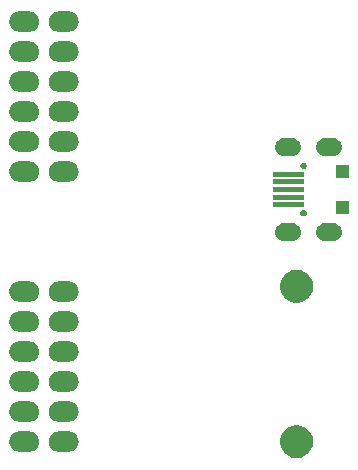
<source format=gbs>
G04 #@! TF.GenerationSoftware,KiCad,Pcbnew,5.1.4-e60b266~84~ubuntu19.04.1*
G04 #@! TF.CreationDate,2019-10-16T10:38:50-07:00*
G04 #@! TF.ProjectId,pmod-usb-analyser-openvizla,706d6f64-2d75-4736-922d-616e616c7973,rev?*
G04 #@! TF.SameCoordinates,PX26449c8PY4c8cf18*
G04 #@! TF.FileFunction,Soldermask,Bot*
G04 #@! TF.FilePolarity,Negative*
%FSLAX46Y46*%
G04 Gerber Fmt 4.6, Leading zero omitted, Abs format (unit mm)*
G04 Created by KiCad (PCBNEW 5.1.4-e60b266~84~ubuntu19.04.1) date 2019-10-16 10:38:50*
%MOMM*%
%LPD*%
G04 APERTURE LIST*
%ADD10C,0.100000*%
G04 APERTURE END LIST*
D10*
G36*
X26126474Y4150506D02*
G01*
X26383023Y4044241D01*
X26613912Y3889965D01*
X26810264Y3693613D01*
X26964540Y3462724D01*
X27070805Y3206175D01*
X27124979Y2933824D01*
X27124979Y2656136D01*
X27070805Y2383785D01*
X26964540Y2127236D01*
X26810264Y1896347D01*
X26613912Y1699995D01*
X26383023Y1545719D01*
X26126474Y1439454D01*
X25854123Y1385280D01*
X25576435Y1385280D01*
X25304084Y1439454D01*
X25047535Y1545719D01*
X24816646Y1699995D01*
X24620294Y1896347D01*
X24466018Y2127236D01*
X24359753Y2383785D01*
X24305579Y2656136D01*
X24305579Y2933824D01*
X24359753Y3206175D01*
X24466018Y3462724D01*
X24620294Y3693613D01*
X24816646Y3889965D01*
X25047535Y4044241D01*
X25304084Y4150506D01*
X25576435Y4204680D01*
X25854123Y4204680D01*
X26126474Y4150506D01*
X26126474Y4150506D01*
G37*
G36*
X6579705Y3636782D02*
G01*
X6664680Y3611005D01*
X6739935Y3588177D01*
X6784729Y3564234D01*
X6887601Y3509248D01*
X7017029Y3403029D01*
X7123248Y3273601D01*
X7159288Y3206174D01*
X7202177Y3125935D01*
X7225005Y3050680D01*
X7250782Y2965705D01*
X7267193Y2799080D01*
X7250782Y2632455D01*
X7225005Y2547480D01*
X7202177Y2472225D01*
X7202176Y2472224D01*
X7123248Y2324559D01*
X7017029Y2195131D01*
X6887601Y2088912D01*
X6784729Y2033926D01*
X6739935Y2009983D01*
X6664680Y1987155D01*
X6579705Y1961378D01*
X6454837Y1949080D01*
X5531323Y1949080D01*
X5406455Y1961378D01*
X5321480Y1987155D01*
X5246225Y2009983D01*
X5201431Y2033926D01*
X5098559Y2088912D01*
X4969131Y2195131D01*
X4862912Y2324559D01*
X4783984Y2472224D01*
X4783983Y2472225D01*
X4761155Y2547480D01*
X4735378Y2632455D01*
X4718967Y2799080D01*
X4735378Y2965705D01*
X4761155Y3050680D01*
X4783983Y3125935D01*
X4826872Y3206174D01*
X4862912Y3273601D01*
X4969131Y3403029D01*
X5098559Y3509248D01*
X5201431Y3564234D01*
X5246225Y3588177D01*
X5321480Y3611005D01*
X5406455Y3636782D01*
X5531323Y3649080D01*
X6454837Y3649080D01*
X6579705Y3636782D01*
X6579705Y3636782D01*
G37*
G36*
X3239705Y3636782D02*
G01*
X3324680Y3611005D01*
X3399935Y3588177D01*
X3444729Y3564234D01*
X3547601Y3509248D01*
X3677029Y3403029D01*
X3783248Y3273601D01*
X3819288Y3206174D01*
X3862177Y3125935D01*
X3885005Y3050680D01*
X3910782Y2965705D01*
X3927193Y2799080D01*
X3910782Y2632455D01*
X3885005Y2547480D01*
X3862177Y2472225D01*
X3862176Y2472224D01*
X3783248Y2324559D01*
X3677029Y2195131D01*
X3547601Y2088912D01*
X3444729Y2033926D01*
X3399935Y2009983D01*
X3324680Y1987155D01*
X3239705Y1961378D01*
X3114837Y1949080D01*
X2191323Y1949080D01*
X2066455Y1961378D01*
X1981480Y1987155D01*
X1906225Y2009983D01*
X1861431Y2033926D01*
X1758559Y2088912D01*
X1629131Y2195131D01*
X1522912Y2324559D01*
X1443984Y2472224D01*
X1443983Y2472225D01*
X1421155Y2547480D01*
X1395378Y2632455D01*
X1378967Y2799080D01*
X1395378Y2965705D01*
X1421155Y3050680D01*
X1443983Y3125935D01*
X1486872Y3206174D01*
X1522912Y3273601D01*
X1629131Y3403029D01*
X1758559Y3509248D01*
X1861431Y3564234D01*
X1906225Y3588177D01*
X1981480Y3611005D01*
X2066455Y3636782D01*
X2191323Y3649080D01*
X3114837Y3649080D01*
X3239705Y3636782D01*
X3239705Y3636782D01*
G37*
G36*
X6579705Y6176782D02*
G01*
X6664680Y6151005D01*
X6739935Y6128177D01*
X6784729Y6104234D01*
X6887601Y6049248D01*
X7017029Y5943029D01*
X7123248Y5813601D01*
X7178234Y5710729D01*
X7202177Y5665935D01*
X7225005Y5590680D01*
X7250782Y5505705D01*
X7267193Y5339080D01*
X7250782Y5172455D01*
X7225005Y5087480D01*
X7202177Y5012225D01*
X7202176Y5012224D01*
X7123248Y4864559D01*
X7017029Y4735131D01*
X6887601Y4628912D01*
X6784729Y4573926D01*
X6739935Y4549983D01*
X6664680Y4527155D01*
X6579705Y4501378D01*
X6454837Y4489080D01*
X5531323Y4489080D01*
X5406455Y4501378D01*
X5321480Y4527155D01*
X5246225Y4549983D01*
X5201431Y4573926D01*
X5098559Y4628912D01*
X4969131Y4735131D01*
X4862912Y4864559D01*
X4783984Y5012224D01*
X4783983Y5012225D01*
X4761155Y5087480D01*
X4735378Y5172455D01*
X4718967Y5339080D01*
X4735378Y5505705D01*
X4761155Y5590680D01*
X4783983Y5665935D01*
X4807926Y5710729D01*
X4862912Y5813601D01*
X4969131Y5943029D01*
X5098559Y6049248D01*
X5201431Y6104234D01*
X5246225Y6128177D01*
X5321480Y6151005D01*
X5406455Y6176782D01*
X5531323Y6189080D01*
X6454837Y6189080D01*
X6579705Y6176782D01*
X6579705Y6176782D01*
G37*
G36*
X3239705Y6176782D02*
G01*
X3324680Y6151005D01*
X3399935Y6128177D01*
X3444729Y6104234D01*
X3547601Y6049248D01*
X3677029Y5943029D01*
X3783248Y5813601D01*
X3838234Y5710729D01*
X3862177Y5665935D01*
X3885005Y5590680D01*
X3910782Y5505705D01*
X3927193Y5339080D01*
X3910782Y5172455D01*
X3885005Y5087480D01*
X3862177Y5012225D01*
X3862176Y5012224D01*
X3783248Y4864559D01*
X3677029Y4735131D01*
X3547601Y4628912D01*
X3444729Y4573926D01*
X3399935Y4549983D01*
X3324680Y4527155D01*
X3239705Y4501378D01*
X3114837Y4489080D01*
X2191323Y4489080D01*
X2066455Y4501378D01*
X1981480Y4527155D01*
X1906225Y4549983D01*
X1861431Y4573926D01*
X1758559Y4628912D01*
X1629131Y4735131D01*
X1522912Y4864559D01*
X1443984Y5012224D01*
X1443983Y5012225D01*
X1421155Y5087480D01*
X1395378Y5172455D01*
X1378967Y5339080D01*
X1395378Y5505705D01*
X1421155Y5590680D01*
X1443983Y5665935D01*
X1467926Y5710729D01*
X1522912Y5813601D01*
X1629131Y5943029D01*
X1758559Y6049248D01*
X1861431Y6104234D01*
X1906225Y6128177D01*
X1981480Y6151005D01*
X2066455Y6176782D01*
X2191323Y6189080D01*
X3114837Y6189080D01*
X3239705Y6176782D01*
X3239705Y6176782D01*
G37*
G36*
X3239705Y8716782D02*
G01*
X3324680Y8691005D01*
X3399935Y8668177D01*
X3444729Y8644234D01*
X3547601Y8589248D01*
X3677029Y8483029D01*
X3783248Y8353601D01*
X3838234Y8250729D01*
X3862177Y8205935D01*
X3885005Y8130680D01*
X3910782Y8045705D01*
X3927193Y7879080D01*
X3910782Y7712455D01*
X3885005Y7627480D01*
X3862177Y7552225D01*
X3862176Y7552224D01*
X3783248Y7404559D01*
X3677029Y7275131D01*
X3547601Y7168912D01*
X3444729Y7113926D01*
X3399935Y7089983D01*
X3324680Y7067155D01*
X3239705Y7041378D01*
X3114837Y7029080D01*
X2191323Y7029080D01*
X2066455Y7041378D01*
X1981480Y7067155D01*
X1906225Y7089983D01*
X1861431Y7113926D01*
X1758559Y7168912D01*
X1629131Y7275131D01*
X1522912Y7404559D01*
X1443984Y7552224D01*
X1443983Y7552225D01*
X1421155Y7627480D01*
X1395378Y7712455D01*
X1378967Y7879080D01*
X1395378Y8045705D01*
X1421155Y8130680D01*
X1443983Y8205935D01*
X1467926Y8250729D01*
X1522912Y8353601D01*
X1629131Y8483029D01*
X1758559Y8589248D01*
X1861431Y8644234D01*
X1906225Y8668177D01*
X1981480Y8691005D01*
X2066455Y8716782D01*
X2191323Y8729080D01*
X3114837Y8729080D01*
X3239705Y8716782D01*
X3239705Y8716782D01*
G37*
G36*
X6579705Y8716782D02*
G01*
X6664680Y8691005D01*
X6739935Y8668177D01*
X6784729Y8644234D01*
X6887601Y8589248D01*
X7017029Y8483029D01*
X7123248Y8353601D01*
X7178234Y8250729D01*
X7202177Y8205935D01*
X7225005Y8130680D01*
X7250782Y8045705D01*
X7267193Y7879080D01*
X7250782Y7712455D01*
X7225005Y7627480D01*
X7202177Y7552225D01*
X7202176Y7552224D01*
X7123248Y7404559D01*
X7017029Y7275131D01*
X6887601Y7168912D01*
X6784729Y7113926D01*
X6739935Y7089983D01*
X6664680Y7067155D01*
X6579705Y7041378D01*
X6454837Y7029080D01*
X5531323Y7029080D01*
X5406455Y7041378D01*
X5321480Y7067155D01*
X5246225Y7089983D01*
X5201431Y7113926D01*
X5098559Y7168912D01*
X4969131Y7275131D01*
X4862912Y7404559D01*
X4783984Y7552224D01*
X4783983Y7552225D01*
X4761155Y7627480D01*
X4735378Y7712455D01*
X4718967Y7879080D01*
X4735378Y8045705D01*
X4761155Y8130680D01*
X4783983Y8205935D01*
X4807926Y8250729D01*
X4862912Y8353601D01*
X4969131Y8483029D01*
X5098559Y8589248D01*
X5201431Y8644234D01*
X5246225Y8668177D01*
X5321480Y8691005D01*
X5406455Y8716782D01*
X5531323Y8729080D01*
X6454837Y8729080D01*
X6579705Y8716782D01*
X6579705Y8716782D01*
G37*
G36*
X6579705Y11256782D02*
G01*
X6664680Y11231005D01*
X6739935Y11208177D01*
X6784729Y11184234D01*
X6887601Y11129248D01*
X7017029Y11023029D01*
X7123248Y10893601D01*
X7178234Y10790729D01*
X7202177Y10745935D01*
X7225005Y10670680D01*
X7250782Y10585705D01*
X7267193Y10419080D01*
X7250782Y10252455D01*
X7225005Y10167480D01*
X7202177Y10092225D01*
X7202176Y10092224D01*
X7123248Y9944559D01*
X7017029Y9815131D01*
X6887601Y9708912D01*
X6784729Y9653926D01*
X6739935Y9629983D01*
X6664680Y9607155D01*
X6579705Y9581378D01*
X6454837Y9569080D01*
X5531323Y9569080D01*
X5406455Y9581378D01*
X5321480Y9607155D01*
X5246225Y9629983D01*
X5201431Y9653926D01*
X5098559Y9708912D01*
X4969131Y9815131D01*
X4862912Y9944559D01*
X4783984Y10092224D01*
X4783983Y10092225D01*
X4761155Y10167480D01*
X4735378Y10252455D01*
X4718967Y10419080D01*
X4735378Y10585705D01*
X4761155Y10670680D01*
X4783983Y10745935D01*
X4807926Y10790729D01*
X4862912Y10893601D01*
X4969131Y11023029D01*
X5098559Y11129248D01*
X5201431Y11184234D01*
X5246225Y11208177D01*
X5321480Y11231005D01*
X5406455Y11256782D01*
X5531323Y11269080D01*
X6454837Y11269080D01*
X6579705Y11256782D01*
X6579705Y11256782D01*
G37*
G36*
X3239705Y11256782D02*
G01*
X3324680Y11231005D01*
X3399935Y11208177D01*
X3444729Y11184234D01*
X3547601Y11129248D01*
X3677029Y11023029D01*
X3783248Y10893601D01*
X3838234Y10790729D01*
X3862177Y10745935D01*
X3885005Y10670680D01*
X3910782Y10585705D01*
X3927193Y10419080D01*
X3910782Y10252455D01*
X3885005Y10167480D01*
X3862177Y10092225D01*
X3862176Y10092224D01*
X3783248Y9944559D01*
X3677029Y9815131D01*
X3547601Y9708912D01*
X3444729Y9653926D01*
X3399935Y9629983D01*
X3324680Y9607155D01*
X3239705Y9581378D01*
X3114837Y9569080D01*
X2191323Y9569080D01*
X2066455Y9581378D01*
X1981480Y9607155D01*
X1906225Y9629983D01*
X1861431Y9653926D01*
X1758559Y9708912D01*
X1629131Y9815131D01*
X1522912Y9944559D01*
X1443984Y10092224D01*
X1443983Y10092225D01*
X1421155Y10167480D01*
X1395378Y10252455D01*
X1378967Y10419080D01*
X1395378Y10585705D01*
X1421155Y10670680D01*
X1443983Y10745935D01*
X1467926Y10790729D01*
X1522912Y10893601D01*
X1629131Y11023029D01*
X1758559Y11129248D01*
X1861431Y11184234D01*
X1906225Y11208177D01*
X1981480Y11231005D01*
X2066455Y11256782D01*
X2191323Y11269080D01*
X3114837Y11269080D01*
X3239705Y11256782D01*
X3239705Y11256782D01*
G37*
G36*
X6579705Y13796782D02*
G01*
X6664680Y13771005D01*
X6739935Y13748177D01*
X6784729Y13724234D01*
X6887601Y13669248D01*
X7017029Y13563029D01*
X7123248Y13433601D01*
X7178234Y13330729D01*
X7202177Y13285935D01*
X7225005Y13210680D01*
X7250782Y13125705D01*
X7267193Y12959080D01*
X7250782Y12792455D01*
X7225005Y12707480D01*
X7202177Y12632225D01*
X7202176Y12632224D01*
X7123248Y12484559D01*
X7017029Y12355131D01*
X6887601Y12248912D01*
X6784729Y12193926D01*
X6739935Y12169983D01*
X6664680Y12147155D01*
X6579705Y12121378D01*
X6454837Y12109080D01*
X5531323Y12109080D01*
X5406455Y12121378D01*
X5321480Y12147155D01*
X5246225Y12169983D01*
X5201431Y12193926D01*
X5098559Y12248912D01*
X4969131Y12355131D01*
X4862912Y12484559D01*
X4783984Y12632224D01*
X4783983Y12632225D01*
X4761155Y12707480D01*
X4735378Y12792455D01*
X4718967Y12959080D01*
X4735378Y13125705D01*
X4761155Y13210680D01*
X4783983Y13285935D01*
X4807926Y13330729D01*
X4862912Y13433601D01*
X4969131Y13563029D01*
X5098559Y13669248D01*
X5201431Y13724234D01*
X5246225Y13748177D01*
X5321480Y13771005D01*
X5406455Y13796782D01*
X5531323Y13809080D01*
X6454837Y13809080D01*
X6579705Y13796782D01*
X6579705Y13796782D01*
G37*
G36*
X3239705Y13796782D02*
G01*
X3324680Y13771005D01*
X3399935Y13748177D01*
X3444729Y13724234D01*
X3547601Y13669248D01*
X3677029Y13563029D01*
X3783248Y13433601D01*
X3838234Y13330729D01*
X3862177Y13285935D01*
X3885005Y13210680D01*
X3910782Y13125705D01*
X3927193Y12959080D01*
X3910782Y12792455D01*
X3885005Y12707480D01*
X3862177Y12632225D01*
X3862176Y12632224D01*
X3783248Y12484559D01*
X3677029Y12355131D01*
X3547601Y12248912D01*
X3444729Y12193926D01*
X3399935Y12169983D01*
X3324680Y12147155D01*
X3239705Y12121378D01*
X3114837Y12109080D01*
X2191323Y12109080D01*
X2066455Y12121378D01*
X1981480Y12147155D01*
X1906225Y12169983D01*
X1861431Y12193926D01*
X1758559Y12248912D01*
X1629131Y12355131D01*
X1522912Y12484559D01*
X1443984Y12632224D01*
X1443983Y12632225D01*
X1421155Y12707480D01*
X1395378Y12792455D01*
X1378967Y12959080D01*
X1395378Y13125705D01*
X1421155Y13210680D01*
X1443983Y13285935D01*
X1467926Y13330729D01*
X1522912Y13433601D01*
X1629131Y13563029D01*
X1758559Y13669248D01*
X1861431Y13724234D01*
X1906225Y13748177D01*
X1981480Y13771005D01*
X2066455Y13796782D01*
X2191323Y13809080D01*
X3114837Y13809080D01*
X3239705Y13796782D01*
X3239705Y13796782D01*
G37*
G36*
X26126474Y17290506D02*
G01*
X26383023Y17184241D01*
X26613912Y17029965D01*
X26810264Y16833613D01*
X26964540Y16602724D01*
X27070805Y16346175D01*
X27124979Y16073824D01*
X27124979Y15796136D01*
X27070805Y15523785D01*
X26964540Y15267236D01*
X26810264Y15036347D01*
X26613912Y14839995D01*
X26383023Y14685719D01*
X26126474Y14579454D01*
X25854123Y14525280D01*
X25576435Y14525280D01*
X25304084Y14579454D01*
X25047535Y14685719D01*
X24816646Y14839995D01*
X24620294Y15036347D01*
X24466018Y15267236D01*
X24359753Y15523785D01*
X24305579Y15796136D01*
X24305579Y16073824D01*
X24359753Y16346175D01*
X24466018Y16602724D01*
X24620294Y16833613D01*
X24816646Y17029965D01*
X25047535Y17184241D01*
X25304084Y17290506D01*
X25576435Y17344680D01*
X25854123Y17344680D01*
X26126474Y17290506D01*
X26126474Y17290506D01*
G37*
G36*
X3239705Y16336782D02*
G01*
X3324680Y16311005D01*
X3399935Y16288177D01*
X3444729Y16264234D01*
X3547601Y16209248D01*
X3677029Y16103029D01*
X3783248Y15973601D01*
X3838234Y15870729D01*
X3862177Y15825935D01*
X3871216Y15796137D01*
X3910782Y15665705D01*
X3927193Y15499080D01*
X3910782Y15332455D01*
X3890998Y15267237D01*
X3862177Y15172225D01*
X3862176Y15172224D01*
X3783248Y15024559D01*
X3677029Y14895131D01*
X3547601Y14788912D01*
X3444729Y14733926D01*
X3399935Y14709983D01*
X3324680Y14687155D01*
X3239705Y14661378D01*
X3114837Y14649080D01*
X2191323Y14649080D01*
X2066455Y14661378D01*
X1981480Y14687155D01*
X1906225Y14709983D01*
X1861431Y14733926D01*
X1758559Y14788912D01*
X1629131Y14895131D01*
X1522912Y15024559D01*
X1443984Y15172224D01*
X1443983Y15172225D01*
X1415162Y15267237D01*
X1395378Y15332455D01*
X1378967Y15499080D01*
X1395378Y15665705D01*
X1434944Y15796137D01*
X1443983Y15825935D01*
X1467926Y15870729D01*
X1522912Y15973601D01*
X1629131Y16103029D01*
X1758559Y16209248D01*
X1861431Y16264234D01*
X1906225Y16288177D01*
X1981480Y16311005D01*
X2066455Y16336782D01*
X2191323Y16349080D01*
X3114837Y16349080D01*
X3239705Y16336782D01*
X3239705Y16336782D01*
G37*
G36*
X6579705Y16336782D02*
G01*
X6664680Y16311005D01*
X6739935Y16288177D01*
X6784729Y16264234D01*
X6887601Y16209248D01*
X7017029Y16103029D01*
X7123248Y15973601D01*
X7178234Y15870729D01*
X7202177Y15825935D01*
X7211216Y15796137D01*
X7250782Y15665705D01*
X7267193Y15499080D01*
X7250782Y15332455D01*
X7230998Y15267237D01*
X7202177Y15172225D01*
X7202176Y15172224D01*
X7123248Y15024559D01*
X7017029Y14895131D01*
X6887601Y14788912D01*
X6784729Y14733926D01*
X6739935Y14709983D01*
X6664680Y14687155D01*
X6579705Y14661378D01*
X6454837Y14649080D01*
X5531323Y14649080D01*
X5406455Y14661378D01*
X5321480Y14687155D01*
X5246225Y14709983D01*
X5201431Y14733926D01*
X5098559Y14788912D01*
X4969131Y14895131D01*
X4862912Y15024559D01*
X4783984Y15172224D01*
X4783983Y15172225D01*
X4755162Y15267237D01*
X4735378Y15332455D01*
X4718967Y15499080D01*
X4735378Y15665705D01*
X4774944Y15796137D01*
X4783983Y15825935D01*
X4807926Y15870729D01*
X4862912Y15973601D01*
X4969131Y16103029D01*
X5098559Y16209248D01*
X5201431Y16264234D01*
X5246225Y16288177D01*
X5321480Y16311005D01*
X5406455Y16336782D01*
X5531323Y16349080D01*
X6454837Y16349080D01*
X6579705Y16336782D01*
X6579705Y16336782D01*
G37*
G36*
X25489102Y21274228D02*
G01*
X25489105Y21274227D01*
X25489106Y21274227D01*
X25522254Y21264172D01*
X25630480Y21231342D01*
X25676170Y21206920D01*
X25760773Y21161699D01*
X25760776Y21161697D01*
X25760777Y21161696D01*
X25874976Y21067976D01*
X25968696Y20953777D01*
X25968699Y20953773D01*
X26013920Y20869170D01*
X26038342Y20823480D01*
X26081228Y20682102D01*
X26095709Y20535080D01*
X26081228Y20388058D01*
X26038342Y20246680D01*
X26038341Y20246679D01*
X25968699Y20116387D01*
X25968697Y20116384D01*
X25968696Y20116383D01*
X25874976Y20002184D01*
X25760777Y19908464D01*
X25760773Y19908461D01*
X25676170Y19863240D01*
X25630480Y19838818D01*
X25522254Y19805988D01*
X25489106Y19795933D01*
X25489105Y19795933D01*
X25489102Y19795932D01*
X25378920Y19785080D01*
X24605240Y19785080D01*
X24495058Y19795932D01*
X24495055Y19795933D01*
X24495054Y19795933D01*
X24461906Y19805988D01*
X24353680Y19838818D01*
X24307990Y19863240D01*
X24223387Y19908461D01*
X24223383Y19908464D01*
X24109184Y20002184D01*
X24015464Y20116383D01*
X24015463Y20116384D01*
X24015461Y20116387D01*
X23945819Y20246679D01*
X23945818Y20246680D01*
X23902932Y20388058D01*
X23888451Y20535080D01*
X23902932Y20682102D01*
X23945818Y20823480D01*
X23970240Y20869170D01*
X24015461Y20953773D01*
X24015464Y20953777D01*
X24109184Y21067976D01*
X24223383Y21161696D01*
X24223384Y21161697D01*
X24223387Y21161699D01*
X24307990Y21206920D01*
X24353680Y21231342D01*
X24461906Y21264172D01*
X24495054Y21274227D01*
X24495055Y21274227D01*
X24495058Y21274228D01*
X24605240Y21285080D01*
X25378920Y21285080D01*
X25489102Y21274228D01*
X25489102Y21274228D01*
G37*
G36*
X28959102Y21274228D02*
G01*
X28959105Y21274227D01*
X28959106Y21274227D01*
X28992254Y21264172D01*
X29100480Y21231342D01*
X29146170Y21206920D01*
X29230773Y21161699D01*
X29230776Y21161697D01*
X29230777Y21161696D01*
X29344976Y21067976D01*
X29438696Y20953777D01*
X29438699Y20953773D01*
X29483920Y20869170D01*
X29508342Y20823480D01*
X29551228Y20682102D01*
X29565709Y20535080D01*
X29551228Y20388058D01*
X29508342Y20246680D01*
X29508341Y20246679D01*
X29438699Y20116387D01*
X29438697Y20116384D01*
X29438696Y20116383D01*
X29344976Y20002184D01*
X29230777Y19908464D01*
X29230773Y19908461D01*
X29146170Y19863240D01*
X29100480Y19838818D01*
X28992254Y19805988D01*
X28959106Y19795933D01*
X28959105Y19795933D01*
X28959102Y19795932D01*
X28848920Y19785080D01*
X28075240Y19785080D01*
X27965058Y19795932D01*
X27965055Y19795933D01*
X27965054Y19795933D01*
X27931906Y19805988D01*
X27823680Y19838818D01*
X27777990Y19863240D01*
X27693387Y19908461D01*
X27693383Y19908464D01*
X27579184Y20002184D01*
X27485464Y20116383D01*
X27485463Y20116384D01*
X27485461Y20116387D01*
X27415819Y20246679D01*
X27415818Y20246680D01*
X27372932Y20388058D01*
X27358451Y20535080D01*
X27372932Y20682102D01*
X27415818Y20823480D01*
X27440240Y20869170D01*
X27485461Y20953773D01*
X27485464Y20953777D01*
X27579184Y21067976D01*
X27693383Y21161696D01*
X27693384Y21161697D01*
X27693387Y21161699D01*
X27777990Y21206920D01*
X27823680Y21231342D01*
X27931906Y21264172D01*
X27965054Y21274227D01*
X27965055Y21274227D01*
X27965058Y21274228D01*
X28075240Y21285080D01*
X28848920Y21285080D01*
X28959102Y21274228D01*
X28959102Y21274228D01*
G37*
G36*
X26392295Y22399512D02*
G01*
X26442342Y22378782D01*
X26487383Y22348687D01*
X26525687Y22310383D01*
X26555782Y22265342D01*
X26576512Y22215295D01*
X26587080Y22162165D01*
X26587080Y22107995D01*
X26576512Y22054865D01*
X26555782Y22004818D01*
X26525687Y21959777D01*
X26487383Y21921473D01*
X26442342Y21891378D01*
X26392295Y21870648D01*
X26339165Y21860080D01*
X26284995Y21860080D01*
X26231865Y21870648D01*
X26181818Y21891378D01*
X26136777Y21921473D01*
X26098473Y21959777D01*
X26068378Y22004818D01*
X26047648Y22054865D01*
X26037080Y22107995D01*
X26037080Y22162165D01*
X26047648Y22215295D01*
X26068378Y22265342D01*
X26098473Y22310383D01*
X26136777Y22348687D01*
X26181818Y22378782D01*
X26231865Y22399512D01*
X26284995Y22410080D01*
X26339165Y22410080D01*
X26392295Y22399512D01*
X26392295Y22399512D01*
G37*
G36*
X30162080Y22085080D02*
G01*
X29062080Y22085080D01*
X29062080Y23185080D01*
X30162080Y23185080D01*
X30162080Y22085080D01*
X30162080Y22085080D01*
G37*
G36*
X26377080Y22635080D02*
G01*
X23727080Y22635080D01*
X23727080Y23035080D01*
X26377080Y23035080D01*
X26377080Y22635080D01*
X26377080Y22635080D01*
G37*
G36*
X26377080Y23285080D02*
G01*
X23727080Y23285080D01*
X23727080Y23685080D01*
X26377080Y23685080D01*
X26377080Y23285080D01*
X26377080Y23285080D01*
G37*
G36*
X26377080Y23935080D02*
G01*
X23727080Y23935080D01*
X23727080Y24335080D01*
X26377080Y24335080D01*
X26377080Y23935080D01*
X26377080Y23935080D01*
G37*
G36*
X26377080Y24585080D02*
G01*
X23727080Y24585080D01*
X23727080Y24985080D01*
X26377080Y24985080D01*
X26377080Y24585080D01*
X26377080Y24585080D01*
G37*
G36*
X3239705Y26496782D02*
G01*
X3324680Y26471005D01*
X3399935Y26448177D01*
X3444729Y26424234D01*
X3547601Y26369248D01*
X3677029Y26263029D01*
X3783248Y26133601D01*
X3825333Y26054865D01*
X3862177Y25985935D01*
X3881730Y25921477D01*
X3910782Y25825705D01*
X3927193Y25659080D01*
X3910782Y25492455D01*
X3885005Y25407480D01*
X3862177Y25332225D01*
X3862176Y25332224D01*
X3783248Y25184559D01*
X3677029Y25055131D01*
X3547601Y24948912D01*
X3444729Y24893926D01*
X3399935Y24869983D01*
X3324680Y24847155D01*
X3239705Y24821378D01*
X3114837Y24809080D01*
X2191323Y24809080D01*
X2066455Y24821378D01*
X1981480Y24847155D01*
X1906225Y24869983D01*
X1861431Y24893926D01*
X1758559Y24948912D01*
X1629131Y25055131D01*
X1522912Y25184559D01*
X1443984Y25332224D01*
X1443983Y25332225D01*
X1421155Y25407480D01*
X1395378Y25492455D01*
X1378967Y25659080D01*
X1395378Y25825705D01*
X1424430Y25921477D01*
X1443983Y25985935D01*
X1480827Y26054865D01*
X1522912Y26133601D01*
X1629131Y26263029D01*
X1758559Y26369248D01*
X1861431Y26424234D01*
X1906225Y26448177D01*
X1981480Y26471005D01*
X2066455Y26496782D01*
X2191323Y26509080D01*
X3114837Y26509080D01*
X3239705Y26496782D01*
X3239705Y26496782D01*
G37*
G36*
X6579705Y26496782D02*
G01*
X6664680Y26471005D01*
X6739935Y26448177D01*
X6784729Y26424234D01*
X6887601Y26369248D01*
X7017029Y26263029D01*
X7123248Y26133601D01*
X7165333Y26054865D01*
X7202177Y25985935D01*
X7221730Y25921477D01*
X7250782Y25825705D01*
X7267193Y25659080D01*
X7250782Y25492455D01*
X7225005Y25407480D01*
X7202177Y25332225D01*
X7202176Y25332224D01*
X7123248Y25184559D01*
X7017029Y25055131D01*
X6887601Y24948912D01*
X6784729Y24893926D01*
X6739935Y24869983D01*
X6664680Y24847155D01*
X6579705Y24821378D01*
X6454837Y24809080D01*
X5531323Y24809080D01*
X5406455Y24821378D01*
X5321480Y24847155D01*
X5246225Y24869983D01*
X5201431Y24893926D01*
X5098559Y24948912D01*
X4969131Y25055131D01*
X4862912Y25184559D01*
X4783984Y25332224D01*
X4783983Y25332225D01*
X4761155Y25407480D01*
X4735378Y25492455D01*
X4718967Y25659080D01*
X4735378Y25825705D01*
X4764430Y25921477D01*
X4783983Y25985935D01*
X4820827Y26054865D01*
X4862912Y26133601D01*
X4969131Y26263029D01*
X5098559Y26369248D01*
X5201431Y26424234D01*
X5246225Y26448177D01*
X5321480Y26471005D01*
X5406455Y26496782D01*
X5531323Y26509080D01*
X6454837Y26509080D01*
X6579705Y26496782D01*
X6579705Y26496782D01*
G37*
G36*
X30162080Y25085080D02*
G01*
X29062080Y25085080D01*
X29062080Y26185080D01*
X30162080Y26185080D01*
X30162080Y25085080D01*
X30162080Y25085080D01*
G37*
G36*
X26377080Y25235080D02*
G01*
X23727080Y25235080D01*
X23727080Y25635080D01*
X26377080Y25635080D01*
X26377080Y25235080D01*
X26377080Y25235080D01*
G37*
G36*
X26392295Y26399512D02*
G01*
X26442342Y26378782D01*
X26487383Y26348687D01*
X26525687Y26310383D01*
X26555782Y26265342D01*
X26576512Y26215295D01*
X26587080Y26162165D01*
X26587080Y26107995D01*
X26576512Y26054865D01*
X26555782Y26004818D01*
X26525687Y25959777D01*
X26487383Y25921473D01*
X26442342Y25891378D01*
X26392295Y25870648D01*
X26339165Y25860080D01*
X26284995Y25860080D01*
X26231865Y25870648D01*
X26181818Y25891378D01*
X26136777Y25921473D01*
X26098473Y25959777D01*
X26068378Y26004818D01*
X26047648Y26054865D01*
X26037080Y26107995D01*
X26037080Y26162165D01*
X26047648Y26215295D01*
X26068378Y26265342D01*
X26098473Y26310383D01*
X26136777Y26348687D01*
X26181818Y26378782D01*
X26231865Y26399512D01*
X26284995Y26410080D01*
X26339165Y26410080D01*
X26392295Y26399512D01*
X26392295Y26399512D01*
G37*
G36*
X28959102Y28474228D02*
G01*
X28959105Y28474227D01*
X28959106Y28474227D01*
X28992254Y28464172D01*
X29100480Y28431342D01*
X29146170Y28406920D01*
X29230773Y28361699D01*
X29230776Y28361697D01*
X29230777Y28361696D01*
X29344976Y28267976D01*
X29438696Y28153777D01*
X29438699Y28153773D01*
X29483920Y28069170D01*
X29508342Y28023480D01*
X29551228Y27882102D01*
X29565709Y27735080D01*
X29551228Y27588058D01*
X29508342Y27446680D01*
X29508341Y27446679D01*
X29438699Y27316387D01*
X29438697Y27316384D01*
X29438696Y27316383D01*
X29344976Y27202184D01*
X29230777Y27108464D01*
X29230773Y27108461D01*
X29146170Y27063240D01*
X29100480Y27038818D01*
X28992254Y27005988D01*
X28959106Y26995933D01*
X28959105Y26995933D01*
X28959102Y26995932D01*
X28848920Y26985080D01*
X28075240Y26985080D01*
X27965058Y26995932D01*
X27965055Y26995933D01*
X27965054Y26995933D01*
X27931906Y27005988D01*
X27823680Y27038818D01*
X27777990Y27063240D01*
X27693387Y27108461D01*
X27693383Y27108464D01*
X27579184Y27202184D01*
X27485464Y27316383D01*
X27485463Y27316384D01*
X27485461Y27316387D01*
X27415819Y27446679D01*
X27415818Y27446680D01*
X27372932Y27588058D01*
X27358451Y27735080D01*
X27372932Y27882102D01*
X27415818Y28023480D01*
X27440240Y28069170D01*
X27485461Y28153773D01*
X27485464Y28153777D01*
X27579184Y28267976D01*
X27693383Y28361696D01*
X27693384Y28361697D01*
X27693387Y28361699D01*
X27777990Y28406920D01*
X27823680Y28431342D01*
X27931906Y28464172D01*
X27965054Y28474227D01*
X27965055Y28474227D01*
X27965058Y28474228D01*
X28075240Y28485080D01*
X28848920Y28485080D01*
X28959102Y28474228D01*
X28959102Y28474228D01*
G37*
G36*
X25489102Y28474228D02*
G01*
X25489105Y28474227D01*
X25489106Y28474227D01*
X25522254Y28464172D01*
X25630480Y28431342D01*
X25676170Y28406920D01*
X25760773Y28361699D01*
X25760776Y28361697D01*
X25760777Y28361696D01*
X25874976Y28267976D01*
X25968696Y28153777D01*
X25968699Y28153773D01*
X26013920Y28069170D01*
X26038342Y28023480D01*
X26081228Y27882102D01*
X26095709Y27735080D01*
X26081228Y27588058D01*
X26038342Y27446680D01*
X26038341Y27446679D01*
X25968699Y27316387D01*
X25968697Y27316384D01*
X25968696Y27316383D01*
X25874976Y27202184D01*
X25760777Y27108464D01*
X25760773Y27108461D01*
X25676170Y27063240D01*
X25630480Y27038818D01*
X25522254Y27005988D01*
X25489106Y26995933D01*
X25489105Y26995933D01*
X25489102Y26995932D01*
X25378920Y26985080D01*
X24605240Y26985080D01*
X24495058Y26995932D01*
X24495055Y26995933D01*
X24495054Y26995933D01*
X24461906Y27005988D01*
X24353680Y27038818D01*
X24307990Y27063240D01*
X24223387Y27108461D01*
X24223383Y27108464D01*
X24109184Y27202184D01*
X24015464Y27316383D01*
X24015463Y27316384D01*
X24015461Y27316387D01*
X23945819Y27446679D01*
X23945818Y27446680D01*
X23902932Y27588058D01*
X23888451Y27735080D01*
X23902932Y27882102D01*
X23945818Y28023480D01*
X23970240Y28069170D01*
X24015461Y28153773D01*
X24015464Y28153777D01*
X24109184Y28267976D01*
X24223383Y28361696D01*
X24223384Y28361697D01*
X24223387Y28361699D01*
X24307990Y28406920D01*
X24353680Y28431342D01*
X24461906Y28464172D01*
X24495054Y28474227D01*
X24495055Y28474227D01*
X24495058Y28474228D01*
X24605240Y28485080D01*
X25378920Y28485080D01*
X25489102Y28474228D01*
X25489102Y28474228D01*
G37*
G36*
X6579705Y29036782D02*
G01*
X6664680Y29011005D01*
X6739935Y28988177D01*
X6784729Y28964234D01*
X6887601Y28909248D01*
X7017029Y28803029D01*
X7123248Y28673601D01*
X7178234Y28570729D01*
X7202177Y28525935D01*
X7214570Y28485080D01*
X7250782Y28365705D01*
X7267193Y28199080D01*
X7250782Y28032455D01*
X7248059Y28023480D01*
X7202177Y27872225D01*
X7202176Y27872224D01*
X7123248Y27724559D01*
X7017029Y27595131D01*
X6887601Y27488912D01*
X6808588Y27446679D01*
X6739935Y27409983D01*
X6664680Y27387155D01*
X6579705Y27361378D01*
X6454837Y27349080D01*
X5531323Y27349080D01*
X5406455Y27361378D01*
X5321480Y27387155D01*
X5246225Y27409983D01*
X5177572Y27446679D01*
X5098559Y27488912D01*
X4969131Y27595131D01*
X4862912Y27724559D01*
X4783984Y27872224D01*
X4783983Y27872225D01*
X4738101Y28023480D01*
X4735378Y28032455D01*
X4718967Y28199080D01*
X4735378Y28365705D01*
X4771590Y28485080D01*
X4783983Y28525935D01*
X4807926Y28570729D01*
X4862912Y28673601D01*
X4969131Y28803029D01*
X5098559Y28909248D01*
X5201431Y28964234D01*
X5246225Y28988177D01*
X5321480Y29011005D01*
X5406455Y29036782D01*
X5531323Y29049080D01*
X6454837Y29049080D01*
X6579705Y29036782D01*
X6579705Y29036782D01*
G37*
G36*
X3239705Y29036782D02*
G01*
X3324680Y29011005D01*
X3399935Y28988177D01*
X3444729Y28964234D01*
X3547601Y28909248D01*
X3677029Y28803029D01*
X3783248Y28673601D01*
X3838234Y28570729D01*
X3862177Y28525935D01*
X3874570Y28485080D01*
X3910782Y28365705D01*
X3927193Y28199080D01*
X3910782Y28032455D01*
X3908059Y28023480D01*
X3862177Y27872225D01*
X3862176Y27872224D01*
X3783248Y27724559D01*
X3677029Y27595131D01*
X3547601Y27488912D01*
X3468588Y27446679D01*
X3399935Y27409983D01*
X3324680Y27387155D01*
X3239705Y27361378D01*
X3114837Y27349080D01*
X2191323Y27349080D01*
X2066455Y27361378D01*
X1981480Y27387155D01*
X1906225Y27409983D01*
X1837572Y27446679D01*
X1758559Y27488912D01*
X1629131Y27595131D01*
X1522912Y27724559D01*
X1443984Y27872224D01*
X1443983Y27872225D01*
X1398101Y28023480D01*
X1395378Y28032455D01*
X1378967Y28199080D01*
X1395378Y28365705D01*
X1431590Y28485080D01*
X1443983Y28525935D01*
X1467926Y28570729D01*
X1522912Y28673601D01*
X1629131Y28803029D01*
X1758559Y28909248D01*
X1861431Y28964234D01*
X1906225Y28988177D01*
X1981480Y29011005D01*
X2066455Y29036782D01*
X2191323Y29049080D01*
X3114837Y29049080D01*
X3239705Y29036782D01*
X3239705Y29036782D01*
G37*
G36*
X3239705Y31576782D02*
G01*
X3324680Y31551005D01*
X3399935Y31528177D01*
X3444729Y31504234D01*
X3547601Y31449248D01*
X3677029Y31343029D01*
X3783248Y31213601D01*
X3838234Y31110729D01*
X3862177Y31065935D01*
X3885005Y30990680D01*
X3910782Y30905705D01*
X3927193Y30739080D01*
X3910782Y30572455D01*
X3885005Y30487480D01*
X3862177Y30412225D01*
X3862176Y30412224D01*
X3783248Y30264559D01*
X3677029Y30135131D01*
X3547601Y30028912D01*
X3444729Y29973926D01*
X3399935Y29949983D01*
X3324680Y29927155D01*
X3239705Y29901378D01*
X3114837Y29889080D01*
X2191323Y29889080D01*
X2066455Y29901378D01*
X1981480Y29927155D01*
X1906225Y29949983D01*
X1861431Y29973926D01*
X1758559Y30028912D01*
X1629131Y30135131D01*
X1522912Y30264559D01*
X1443984Y30412224D01*
X1443983Y30412225D01*
X1421155Y30487480D01*
X1395378Y30572455D01*
X1378967Y30739080D01*
X1395378Y30905705D01*
X1421155Y30990680D01*
X1443983Y31065935D01*
X1467926Y31110729D01*
X1522912Y31213601D01*
X1629131Y31343029D01*
X1758559Y31449248D01*
X1861431Y31504234D01*
X1906225Y31528177D01*
X1981480Y31551005D01*
X2066455Y31576782D01*
X2191323Y31589080D01*
X3114837Y31589080D01*
X3239705Y31576782D01*
X3239705Y31576782D01*
G37*
G36*
X6579705Y31576782D02*
G01*
X6664680Y31551005D01*
X6739935Y31528177D01*
X6784729Y31504234D01*
X6887601Y31449248D01*
X7017029Y31343029D01*
X7123248Y31213601D01*
X7178234Y31110729D01*
X7202177Y31065935D01*
X7225005Y30990680D01*
X7250782Y30905705D01*
X7267193Y30739080D01*
X7250782Y30572455D01*
X7225005Y30487480D01*
X7202177Y30412225D01*
X7202176Y30412224D01*
X7123248Y30264559D01*
X7017029Y30135131D01*
X6887601Y30028912D01*
X6784729Y29973926D01*
X6739935Y29949983D01*
X6664680Y29927155D01*
X6579705Y29901378D01*
X6454837Y29889080D01*
X5531323Y29889080D01*
X5406455Y29901378D01*
X5321480Y29927155D01*
X5246225Y29949983D01*
X5201431Y29973926D01*
X5098559Y30028912D01*
X4969131Y30135131D01*
X4862912Y30264559D01*
X4783984Y30412224D01*
X4783983Y30412225D01*
X4761155Y30487480D01*
X4735378Y30572455D01*
X4718967Y30739080D01*
X4735378Y30905705D01*
X4761155Y30990680D01*
X4783983Y31065935D01*
X4807926Y31110729D01*
X4862912Y31213601D01*
X4969131Y31343029D01*
X5098559Y31449248D01*
X5201431Y31504234D01*
X5246225Y31528177D01*
X5321480Y31551005D01*
X5406455Y31576782D01*
X5531323Y31589080D01*
X6454837Y31589080D01*
X6579705Y31576782D01*
X6579705Y31576782D01*
G37*
G36*
X6579705Y34116782D02*
G01*
X6664680Y34091005D01*
X6739935Y34068177D01*
X6784729Y34044234D01*
X6887601Y33989248D01*
X7017029Y33883029D01*
X7123248Y33753601D01*
X7178234Y33650729D01*
X7202177Y33605935D01*
X7225005Y33530680D01*
X7250782Y33445705D01*
X7267193Y33279080D01*
X7250782Y33112455D01*
X7225005Y33027480D01*
X7202177Y32952225D01*
X7202176Y32952224D01*
X7123248Y32804559D01*
X7017029Y32675131D01*
X6887601Y32568912D01*
X6784729Y32513926D01*
X6739935Y32489983D01*
X6664680Y32467155D01*
X6579705Y32441378D01*
X6454837Y32429080D01*
X5531323Y32429080D01*
X5406455Y32441378D01*
X5321480Y32467155D01*
X5246225Y32489983D01*
X5201431Y32513926D01*
X5098559Y32568912D01*
X4969131Y32675131D01*
X4862912Y32804559D01*
X4783984Y32952224D01*
X4783983Y32952225D01*
X4761155Y33027480D01*
X4735378Y33112455D01*
X4718967Y33279080D01*
X4735378Y33445705D01*
X4761155Y33530680D01*
X4783983Y33605935D01*
X4807926Y33650729D01*
X4862912Y33753601D01*
X4969131Y33883029D01*
X5098559Y33989248D01*
X5201431Y34044234D01*
X5246225Y34068177D01*
X5321480Y34091005D01*
X5406455Y34116782D01*
X5531323Y34129080D01*
X6454837Y34129080D01*
X6579705Y34116782D01*
X6579705Y34116782D01*
G37*
G36*
X3239705Y34116782D02*
G01*
X3324680Y34091005D01*
X3399935Y34068177D01*
X3444729Y34044234D01*
X3547601Y33989248D01*
X3677029Y33883029D01*
X3783248Y33753601D01*
X3838234Y33650729D01*
X3862177Y33605935D01*
X3885005Y33530680D01*
X3910782Y33445705D01*
X3927193Y33279080D01*
X3910782Y33112455D01*
X3885005Y33027480D01*
X3862177Y32952225D01*
X3862176Y32952224D01*
X3783248Y32804559D01*
X3677029Y32675131D01*
X3547601Y32568912D01*
X3444729Y32513926D01*
X3399935Y32489983D01*
X3324680Y32467155D01*
X3239705Y32441378D01*
X3114837Y32429080D01*
X2191323Y32429080D01*
X2066455Y32441378D01*
X1981480Y32467155D01*
X1906225Y32489983D01*
X1861431Y32513926D01*
X1758559Y32568912D01*
X1629131Y32675131D01*
X1522912Y32804559D01*
X1443984Y32952224D01*
X1443983Y32952225D01*
X1421155Y33027480D01*
X1395378Y33112455D01*
X1378967Y33279080D01*
X1395378Y33445705D01*
X1421155Y33530680D01*
X1443983Y33605935D01*
X1467926Y33650729D01*
X1522912Y33753601D01*
X1629131Y33883029D01*
X1758559Y33989248D01*
X1861431Y34044234D01*
X1906225Y34068177D01*
X1981480Y34091005D01*
X2066455Y34116782D01*
X2191323Y34129080D01*
X3114837Y34129080D01*
X3239705Y34116782D01*
X3239705Y34116782D01*
G37*
G36*
X6579705Y36656782D02*
G01*
X6664680Y36631005D01*
X6739935Y36608177D01*
X6784729Y36584234D01*
X6887601Y36529248D01*
X7017029Y36423029D01*
X7123248Y36293601D01*
X7178234Y36190729D01*
X7202177Y36145935D01*
X7225005Y36070680D01*
X7250782Y35985705D01*
X7267193Y35819080D01*
X7250782Y35652455D01*
X7225005Y35567480D01*
X7202177Y35492225D01*
X7202176Y35492224D01*
X7123248Y35344559D01*
X7017029Y35215131D01*
X6887601Y35108912D01*
X6784729Y35053926D01*
X6739935Y35029983D01*
X6664680Y35007155D01*
X6579705Y34981378D01*
X6454837Y34969080D01*
X5531323Y34969080D01*
X5406455Y34981378D01*
X5321480Y35007155D01*
X5246225Y35029983D01*
X5201431Y35053926D01*
X5098559Y35108912D01*
X4969131Y35215131D01*
X4862912Y35344559D01*
X4783984Y35492224D01*
X4783983Y35492225D01*
X4761155Y35567480D01*
X4735378Y35652455D01*
X4718967Y35819080D01*
X4735378Y35985705D01*
X4761155Y36070680D01*
X4783983Y36145935D01*
X4807926Y36190729D01*
X4862912Y36293601D01*
X4969131Y36423029D01*
X5098559Y36529248D01*
X5201431Y36584234D01*
X5246225Y36608177D01*
X5321480Y36631005D01*
X5406455Y36656782D01*
X5531323Y36669080D01*
X6454837Y36669080D01*
X6579705Y36656782D01*
X6579705Y36656782D01*
G37*
G36*
X3239705Y36656782D02*
G01*
X3324680Y36631005D01*
X3399935Y36608177D01*
X3444729Y36584234D01*
X3547601Y36529248D01*
X3677029Y36423029D01*
X3783248Y36293601D01*
X3838234Y36190729D01*
X3862177Y36145935D01*
X3885005Y36070680D01*
X3910782Y35985705D01*
X3927193Y35819080D01*
X3910782Y35652455D01*
X3885005Y35567480D01*
X3862177Y35492225D01*
X3862176Y35492224D01*
X3783248Y35344559D01*
X3677029Y35215131D01*
X3547601Y35108912D01*
X3444729Y35053926D01*
X3399935Y35029983D01*
X3324680Y35007155D01*
X3239705Y34981378D01*
X3114837Y34969080D01*
X2191323Y34969080D01*
X2066455Y34981378D01*
X1981480Y35007155D01*
X1906225Y35029983D01*
X1861431Y35053926D01*
X1758559Y35108912D01*
X1629131Y35215131D01*
X1522912Y35344559D01*
X1443984Y35492224D01*
X1443983Y35492225D01*
X1421155Y35567480D01*
X1395378Y35652455D01*
X1378967Y35819080D01*
X1395378Y35985705D01*
X1421155Y36070680D01*
X1443983Y36145935D01*
X1467926Y36190729D01*
X1522912Y36293601D01*
X1629131Y36423029D01*
X1758559Y36529248D01*
X1861431Y36584234D01*
X1906225Y36608177D01*
X1981480Y36631005D01*
X2066455Y36656782D01*
X2191323Y36669080D01*
X3114837Y36669080D01*
X3239705Y36656782D01*
X3239705Y36656782D01*
G37*
G36*
X3239705Y39196782D02*
G01*
X3324680Y39171005D01*
X3399935Y39148177D01*
X3444729Y39124234D01*
X3547601Y39069248D01*
X3677029Y38963029D01*
X3783248Y38833601D01*
X3838234Y38730729D01*
X3862177Y38685935D01*
X3885005Y38610680D01*
X3910782Y38525705D01*
X3927193Y38359080D01*
X3910782Y38192455D01*
X3885005Y38107480D01*
X3862177Y38032225D01*
X3862176Y38032224D01*
X3783248Y37884559D01*
X3677029Y37755131D01*
X3547601Y37648912D01*
X3444729Y37593926D01*
X3399935Y37569983D01*
X3324680Y37547155D01*
X3239705Y37521378D01*
X3114837Y37509080D01*
X2191323Y37509080D01*
X2066455Y37521378D01*
X1981480Y37547155D01*
X1906225Y37569983D01*
X1861431Y37593926D01*
X1758559Y37648912D01*
X1629131Y37755131D01*
X1522912Y37884559D01*
X1443984Y38032224D01*
X1443983Y38032225D01*
X1421155Y38107480D01*
X1395378Y38192455D01*
X1378967Y38359080D01*
X1395378Y38525705D01*
X1421155Y38610680D01*
X1443983Y38685935D01*
X1467926Y38730729D01*
X1522912Y38833601D01*
X1629131Y38963029D01*
X1758559Y39069248D01*
X1861431Y39124234D01*
X1906225Y39148177D01*
X1981480Y39171005D01*
X2066455Y39196782D01*
X2191323Y39209080D01*
X3114837Y39209080D01*
X3239705Y39196782D01*
X3239705Y39196782D01*
G37*
G36*
X6579705Y39196782D02*
G01*
X6664680Y39171005D01*
X6739935Y39148177D01*
X6784729Y39124234D01*
X6887601Y39069248D01*
X7017029Y38963029D01*
X7123248Y38833601D01*
X7178234Y38730729D01*
X7202177Y38685935D01*
X7225005Y38610680D01*
X7250782Y38525705D01*
X7267193Y38359080D01*
X7250782Y38192455D01*
X7225005Y38107480D01*
X7202177Y38032225D01*
X7202176Y38032224D01*
X7123248Y37884559D01*
X7017029Y37755131D01*
X6887601Y37648912D01*
X6784729Y37593926D01*
X6739935Y37569983D01*
X6664680Y37547155D01*
X6579705Y37521378D01*
X6454837Y37509080D01*
X5531323Y37509080D01*
X5406455Y37521378D01*
X5321480Y37547155D01*
X5246225Y37569983D01*
X5201431Y37593926D01*
X5098559Y37648912D01*
X4969131Y37755131D01*
X4862912Y37884559D01*
X4783984Y38032224D01*
X4783983Y38032225D01*
X4761155Y38107480D01*
X4735378Y38192455D01*
X4718967Y38359080D01*
X4735378Y38525705D01*
X4761155Y38610680D01*
X4783983Y38685935D01*
X4807926Y38730729D01*
X4862912Y38833601D01*
X4969131Y38963029D01*
X5098559Y39069248D01*
X5201431Y39124234D01*
X5246225Y39148177D01*
X5321480Y39171005D01*
X5406455Y39196782D01*
X5531323Y39209080D01*
X6454837Y39209080D01*
X6579705Y39196782D01*
X6579705Y39196782D01*
G37*
M02*

</source>
